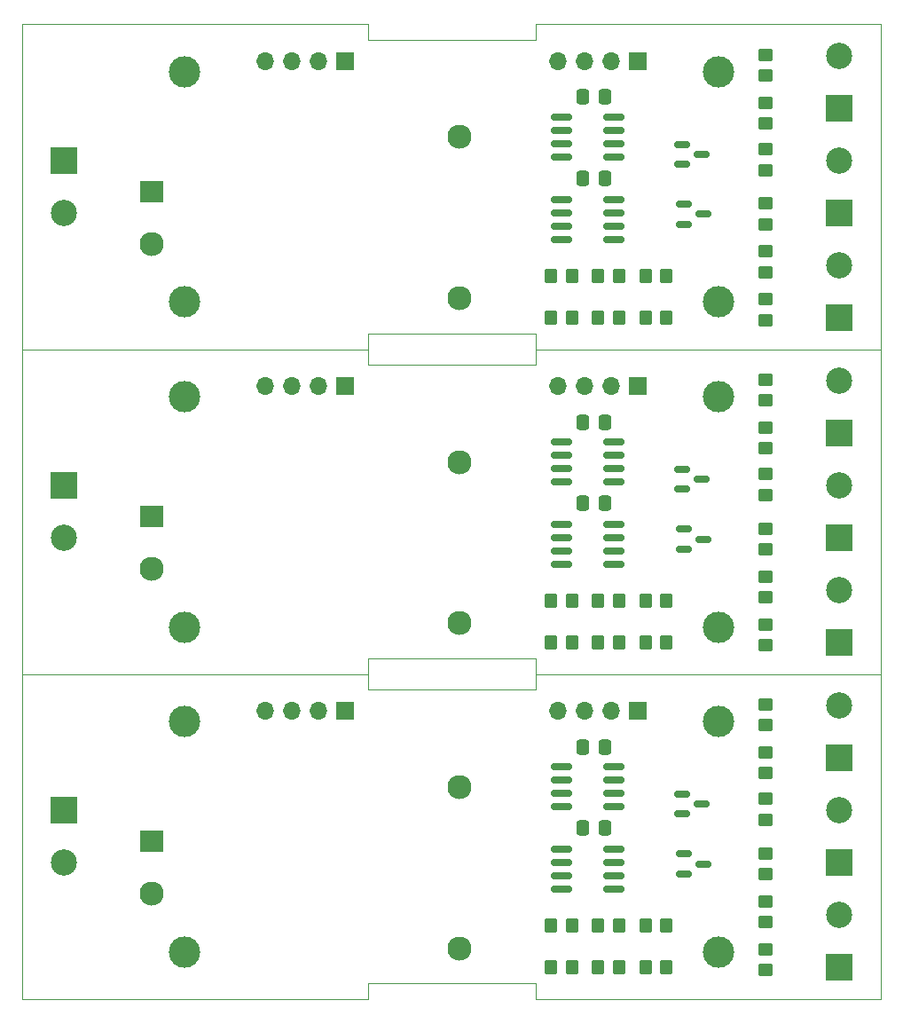
<source format=gbr>
%TF.GenerationSoftware,KiCad,Pcbnew,6.0.11-2627ca5db0~126~ubuntu20.04.1*%
%TF.CreationDate,2024-09-22T20:55:53-05:00*%
%TF.ProjectId,,58585858-5858-4585-9858-585858585858,rev?*%
%TF.SameCoordinates,Original*%
%TF.FileFunction,Soldermask,Top*%
%TF.FilePolarity,Negative*%
%FSLAX46Y46*%
G04 Gerber Fmt 4.6, Leading zero omitted, Abs format (unit mm)*
G04 Created by KiCad (PCBNEW 6.0.11-2627ca5db0~126~ubuntu20.04.1) date 2024-09-22 20:55:53*
%MOMM*%
%LPD*%
G01*
G04 APERTURE LIST*
G04 Aperture macros list*
%AMRoundRect*
0 Rectangle with rounded corners*
0 $1 Rounding radius*
0 $2 $3 $4 $5 $6 $7 $8 $9 X,Y pos of 4 corners*
0 Add a 4 corners polygon primitive as box body*
4,1,4,$2,$3,$4,$5,$6,$7,$8,$9,$2,$3,0*
0 Add four circle primitives for the rounded corners*
1,1,$1+$1,$2,$3*
1,1,$1+$1,$4,$5*
1,1,$1+$1,$6,$7*
1,1,$1+$1,$8,$9*
0 Add four rect primitives between the rounded corners*
20,1,$1+$1,$2,$3,$4,$5,0*
20,1,$1+$1,$4,$5,$6,$7,0*
20,1,$1+$1,$6,$7,$8,$9,0*
20,1,$1+$1,$8,$9,$2,$3,0*%
G04 Aperture macros list end*
%TA.AperFunction,Profile*%
%ADD10C,0.100000*%
%TD*%
%ADD11R,2.300000X2.000000*%
%ADD12C,2.300000*%
%ADD13RoundRect,0.250000X-0.350000X-0.450000X0.350000X-0.450000X0.350000X0.450000X-0.350000X0.450000X0*%
%ADD14C,3.000000*%
%ADD15R,1.700000X1.700000*%
%ADD16O,1.700000X1.700000*%
%ADD17RoundRect,0.150000X-0.587500X-0.150000X0.587500X-0.150000X0.587500X0.150000X-0.587500X0.150000X0*%
%ADD18RoundRect,0.150000X-0.825000X-0.150000X0.825000X-0.150000X0.825000X0.150000X-0.825000X0.150000X0*%
%ADD19R,2.500000X2.500000*%
%ADD20C,2.500000*%
%ADD21RoundRect,0.250000X-0.450000X0.350000X-0.450000X-0.350000X0.450000X-0.350000X0.450000X0.350000X0*%
%ADD22RoundRect,0.250000X-0.337500X-0.475000X0.337500X-0.475000X0.337500X0.475000X-0.337500X0.475000X0*%
G04 APERTURE END LIST*
D10*
X93196000Y-98957000D02*
X126196000Y-98957000D01*
X77196000Y-129957000D02*
X77196000Y-128457000D01*
X77196000Y-98957000D02*
X77196000Y-100457000D01*
X44196000Y-98957000D02*
X77196000Y-98957000D01*
X93196000Y-129957000D02*
X126196000Y-129957000D01*
X126196000Y-98957000D02*
X126196000Y-129957000D01*
X44196000Y-129957000D02*
X77196000Y-129957000D01*
X44196000Y-98957000D02*
X44196000Y-129957000D01*
X77196000Y-128457000D02*
X93196000Y-128457000D01*
X93196000Y-98957000D02*
X93196000Y-100457000D01*
X93196000Y-129957000D02*
X93196000Y-128457000D01*
X77196000Y-100457000D02*
X93196000Y-100457000D01*
X93196000Y-67957000D02*
X126196000Y-67957000D01*
X77196000Y-98957000D02*
X77196000Y-97457000D01*
X77196000Y-67957000D02*
X77196000Y-69457000D01*
X44196000Y-67957000D02*
X77196000Y-67957000D01*
X93196000Y-98957000D02*
X126196000Y-98957000D01*
X126196000Y-67957000D02*
X126196000Y-98957000D01*
X44196000Y-98957000D02*
X77196000Y-98957000D01*
X44196000Y-67957000D02*
X44196000Y-98957000D01*
X77196000Y-97457000D02*
X93196000Y-97457000D01*
X93196000Y-67957000D02*
X93196000Y-69457000D01*
X93196000Y-98957000D02*
X93196000Y-97457000D01*
X77196000Y-69457000D02*
X93196000Y-69457000D01*
X77196000Y-38457000D02*
X93196000Y-38457000D01*
X93196000Y-67957000D02*
X93196000Y-66457000D01*
X93196000Y-36957000D02*
X93196000Y-38457000D01*
X77196000Y-66457000D02*
X93196000Y-66457000D01*
X44196000Y-36957000D02*
X44196000Y-67957000D01*
X44196000Y-67957000D02*
X77196000Y-67957000D01*
X126196000Y-36957000D02*
X126196000Y-67957000D01*
X93196000Y-67957000D02*
X126196000Y-67957000D01*
X44196000Y-36957000D02*
X77196000Y-36957000D01*
X77196000Y-36957000D02*
X77196000Y-38457000D01*
X77196000Y-67957000D02*
X77196000Y-66457000D01*
X93196000Y-36957000D02*
X126196000Y-36957000D01*
D11*
%TO.C,PS1*%
X56591000Y-114908000D03*
D12*
X56591000Y-119908000D03*
X85991000Y-109708000D03*
X85991000Y-125108000D03*
%TD*%
D13*
%TO.C,RJ6*%
X103696000Y-122957000D03*
X105696000Y-122957000D03*
%TD*%
D14*
%TO.C,MH01*%
X59696000Y-125457000D03*
%TD*%
D13*
%TO.C,RJ5*%
X99196000Y-122957000D03*
X101196000Y-122957000D03*
%TD*%
%TO.C,RJ3*%
X103696000Y-126957000D03*
X105696000Y-126957000D03*
%TD*%
D14*
%TO.C,MH00*%
X59696000Y-103457000D03*
%TD*%
D13*
%TO.C,RJ1*%
X94696000Y-126957000D03*
X96696000Y-126957000D03*
%TD*%
D15*
%TO.C,J6*%
X75036000Y-102462000D03*
D16*
X72496000Y-102462000D03*
X69956000Y-102462000D03*
X67416000Y-102462000D03*
%TD*%
D17*
%TO.C,D2*%
X107215500Y-110402000D03*
X107215500Y-112302000D03*
X109090500Y-111352000D03*
%TD*%
D18*
%TO.C,U1*%
X95721000Y-115670000D03*
X95721000Y-116940000D03*
X95721000Y-118210000D03*
X95721000Y-119480000D03*
X100671000Y-119480000D03*
X100671000Y-118210000D03*
X100671000Y-116940000D03*
X100671000Y-115670000D03*
%TD*%
D19*
%TO.C,J4*%
X122196000Y-106957000D03*
D20*
X122196000Y-101957000D03*
%TD*%
D21*
%TO.C,R1*%
X115196000Y-116051000D03*
X115196000Y-118051000D03*
%TD*%
%TO.C,R2*%
X115196000Y-120623000D03*
X115196000Y-122623000D03*
%TD*%
%TO.C,R6*%
X115196000Y-110860000D03*
X115196000Y-112860000D03*
%TD*%
%TO.C,R4*%
X115196000Y-101843000D03*
X115196000Y-103843000D03*
%TD*%
D19*
%TO.C,J1*%
X48196000Y-111957000D03*
D20*
X48196000Y-116957000D03*
%TD*%
D17*
%TO.C,D1*%
X107342500Y-116117000D03*
X107342500Y-118017000D03*
X109217500Y-117067000D03*
%TD*%
D22*
%TO.C,C2*%
X97758500Y-105891000D03*
X99833500Y-105891000D03*
%TD*%
%TO.C,C1*%
X97758500Y-113638000D03*
X99833500Y-113638000D03*
%TD*%
D15*
%TO.C,J5*%
X102976000Y-102462000D03*
D16*
X100436000Y-102462000D03*
X97896000Y-102462000D03*
X95356000Y-102462000D03*
%TD*%
D21*
%TO.C,R5*%
X115196000Y-106415000D03*
X115196000Y-108415000D03*
%TD*%
D18*
%TO.C,U2*%
X95721000Y-107796000D03*
X95721000Y-109066000D03*
X95721000Y-110336000D03*
X95721000Y-111606000D03*
X100671000Y-111606000D03*
X100671000Y-110336000D03*
X100671000Y-109066000D03*
X100671000Y-107796000D03*
%TD*%
D13*
%TO.C,RJ4*%
X94696000Y-122957000D03*
X96696000Y-122957000D03*
%TD*%
%TO.C,RJ2*%
X99196000Y-126957000D03*
X101196000Y-126957000D03*
%TD*%
D19*
%TO.C,J2*%
X122196000Y-126957000D03*
D20*
X122196000Y-121957000D03*
%TD*%
D21*
%TO.C,R3*%
X115196000Y-125195000D03*
X115196000Y-127195000D03*
%TD*%
D19*
%TO.C,J3*%
X122196000Y-116957000D03*
D20*
X122196000Y-111957000D03*
%TD*%
D14*
%TO.C,MH02*%
X110696000Y-103457000D03*
%TD*%
%TO.C,MH03*%
X110696000Y-125457000D03*
%TD*%
D11*
%TO.C,PS1*%
X56591000Y-83908000D03*
D12*
X56591000Y-88908000D03*
X85991000Y-78708000D03*
X85991000Y-94108000D03*
%TD*%
D13*
%TO.C,RJ6*%
X103696000Y-91957000D03*
X105696000Y-91957000D03*
%TD*%
D14*
%TO.C,MH01*%
X59696000Y-94457000D03*
%TD*%
D13*
%TO.C,RJ5*%
X99196000Y-91957000D03*
X101196000Y-91957000D03*
%TD*%
%TO.C,RJ3*%
X103696000Y-95957000D03*
X105696000Y-95957000D03*
%TD*%
D14*
%TO.C,MH00*%
X59696000Y-72457000D03*
%TD*%
D13*
%TO.C,RJ1*%
X94696000Y-95957000D03*
X96696000Y-95957000D03*
%TD*%
D15*
%TO.C,J6*%
X75036000Y-71462000D03*
D16*
X72496000Y-71462000D03*
X69956000Y-71462000D03*
X67416000Y-71462000D03*
%TD*%
D17*
%TO.C,D2*%
X107215500Y-79402000D03*
X107215500Y-81302000D03*
X109090500Y-80352000D03*
%TD*%
D18*
%TO.C,U1*%
X95721000Y-84670000D03*
X95721000Y-85940000D03*
X95721000Y-87210000D03*
X95721000Y-88480000D03*
X100671000Y-88480000D03*
X100671000Y-87210000D03*
X100671000Y-85940000D03*
X100671000Y-84670000D03*
%TD*%
D19*
%TO.C,J4*%
X122196000Y-75957000D03*
D20*
X122196000Y-70957000D03*
%TD*%
D21*
%TO.C,R1*%
X115196000Y-85051000D03*
X115196000Y-87051000D03*
%TD*%
%TO.C,R2*%
X115196000Y-89623000D03*
X115196000Y-91623000D03*
%TD*%
%TO.C,R6*%
X115196000Y-79860000D03*
X115196000Y-81860000D03*
%TD*%
%TO.C,R4*%
X115196000Y-70843000D03*
X115196000Y-72843000D03*
%TD*%
D19*
%TO.C,J1*%
X48196000Y-80957000D03*
D20*
X48196000Y-85957000D03*
%TD*%
D17*
%TO.C,D1*%
X107342500Y-85117000D03*
X107342500Y-87017000D03*
X109217500Y-86067000D03*
%TD*%
D22*
%TO.C,C2*%
X97758500Y-74891000D03*
X99833500Y-74891000D03*
%TD*%
%TO.C,C1*%
X97758500Y-82638000D03*
X99833500Y-82638000D03*
%TD*%
D15*
%TO.C,J5*%
X102976000Y-71462000D03*
D16*
X100436000Y-71462000D03*
X97896000Y-71462000D03*
X95356000Y-71462000D03*
%TD*%
D21*
%TO.C,R5*%
X115196000Y-75415000D03*
X115196000Y-77415000D03*
%TD*%
D18*
%TO.C,U2*%
X95721000Y-76796000D03*
X95721000Y-78066000D03*
X95721000Y-79336000D03*
X95721000Y-80606000D03*
X100671000Y-80606000D03*
X100671000Y-79336000D03*
X100671000Y-78066000D03*
X100671000Y-76796000D03*
%TD*%
D13*
%TO.C,RJ4*%
X94696000Y-91957000D03*
X96696000Y-91957000D03*
%TD*%
%TO.C,RJ2*%
X99196000Y-95957000D03*
X101196000Y-95957000D03*
%TD*%
D19*
%TO.C,J2*%
X122196000Y-95957000D03*
D20*
X122196000Y-90957000D03*
%TD*%
D21*
%TO.C,R3*%
X115196000Y-94195000D03*
X115196000Y-96195000D03*
%TD*%
D19*
%TO.C,J3*%
X122196000Y-85957000D03*
D20*
X122196000Y-80957000D03*
%TD*%
D14*
%TO.C,MH02*%
X110696000Y-72457000D03*
%TD*%
%TO.C,MH03*%
X110696000Y-94457000D03*
%TD*%
D19*
%TO.C,J3*%
X122196000Y-54957000D03*
D20*
X122196000Y-49957000D03*
%TD*%
D18*
%TO.C,U2*%
X95721000Y-45796000D03*
X95721000Y-47066000D03*
X95721000Y-48336000D03*
X95721000Y-49606000D03*
X100671000Y-49606000D03*
X100671000Y-48336000D03*
X100671000Y-47066000D03*
X100671000Y-45796000D03*
%TD*%
D17*
%TO.C,D1*%
X107342500Y-54117000D03*
X107342500Y-56017000D03*
X109217500Y-55067000D03*
%TD*%
D21*
%TO.C,R6*%
X115196000Y-48860000D03*
X115196000Y-50860000D03*
%TD*%
D13*
%TO.C,RJ2*%
X99196000Y-64957000D03*
X101196000Y-64957000D03*
%TD*%
D19*
%TO.C,J2*%
X122196000Y-64957000D03*
D20*
X122196000Y-59957000D03*
%TD*%
D15*
%TO.C,J5*%
X102976000Y-40462000D03*
D16*
X100436000Y-40462000D03*
X97896000Y-40462000D03*
X95356000Y-40462000D03*
%TD*%
D14*
%TO.C,MH03*%
X110696000Y-63457000D03*
%TD*%
D21*
%TO.C,R3*%
X115196000Y-63195000D03*
X115196000Y-65195000D03*
%TD*%
%TO.C,R4*%
X115196000Y-39843000D03*
X115196000Y-41843000D03*
%TD*%
D13*
%TO.C,RJ4*%
X94696000Y-60957000D03*
X96696000Y-60957000D03*
%TD*%
D22*
%TO.C,C1*%
X97758500Y-51638000D03*
X99833500Y-51638000D03*
%TD*%
D13*
%TO.C,RJ6*%
X103696000Y-60957000D03*
X105696000Y-60957000D03*
%TD*%
D14*
%TO.C,MH02*%
X110696000Y-41457000D03*
%TD*%
D19*
%TO.C,J1*%
X48196000Y-49957000D03*
D20*
X48196000Y-54957000D03*
%TD*%
D21*
%TO.C,R2*%
X115196000Y-58623000D03*
X115196000Y-60623000D03*
%TD*%
D19*
%TO.C,J4*%
X122196000Y-44957000D03*
D20*
X122196000Y-39957000D03*
%TD*%
D22*
%TO.C,C2*%
X97758500Y-43891000D03*
X99833500Y-43891000D03*
%TD*%
D11*
%TO.C,PS1*%
X56591000Y-52908000D03*
D12*
X56591000Y-57908000D03*
X85991000Y-47708000D03*
X85991000Y-63108000D03*
%TD*%
D21*
%TO.C,R1*%
X115196000Y-54051000D03*
X115196000Y-56051000D03*
%TD*%
%TO.C,R5*%
X115196000Y-44415000D03*
X115196000Y-46415000D03*
%TD*%
D18*
%TO.C,U1*%
X95721000Y-53670000D03*
X95721000Y-54940000D03*
X95721000Y-56210000D03*
X95721000Y-57480000D03*
X100671000Y-57480000D03*
X100671000Y-56210000D03*
X100671000Y-54940000D03*
X100671000Y-53670000D03*
%TD*%
D17*
%TO.C,D2*%
X107215500Y-48402000D03*
X107215500Y-50302000D03*
X109090500Y-49352000D03*
%TD*%
D15*
%TO.C,J6*%
X75036000Y-40462000D03*
D16*
X72496000Y-40462000D03*
X69956000Y-40462000D03*
X67416000Y-40462000D03*
%TD*%
D13*
%TO.C,RJ1*%
X94696000Y-64957000D03*
X96696000Y-64957000D03*
%TD*%
D14*
%TO.C,MH00*%
X59696000Y-41457000D03*
%TD*%
D13*
%TO.C,RJ3*%
X103696000Y-64957000D03*
X105696000Y-64957000D03*
%TD*%
%TO.C,RJ5*%
X99196000Y-60957000D03*
X101196000Y-60957000D03*
%TD*%
D14*
%TO.C,MH01*%
X59696000Y-63457000D03*
%TD*%
M02*

</source>
